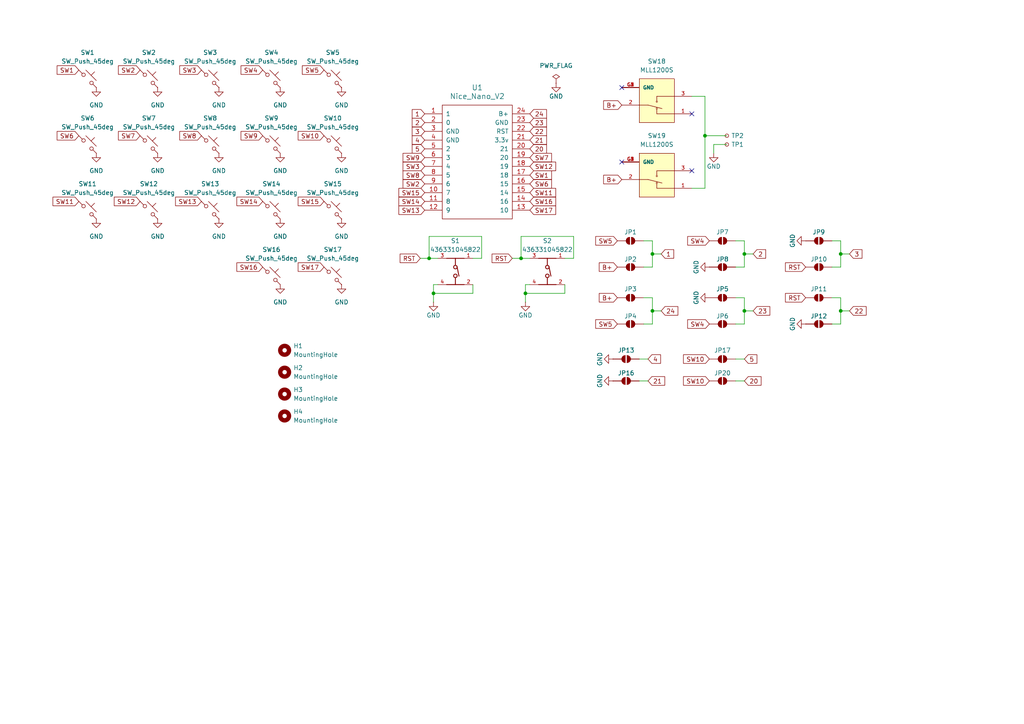
<source format=kicad_sch>
(kicad_sch (version 20250114) (generator "eeschema") (generator_version "9.0")
  (paper "A4")
  (lib_symbols
    (symbol "436331045822:436331045822" (pin_names (offset 1.016))
      (property "Reference" "S" (at -0.13 7.05 0))
      (property "Value" "436331045822" (at -5.01 -5.38 0))
      (symbol "436331045822_0_0"
        (polyline (pts (xy 0 5.08) (xy -2.54 5.08)) (stroke (width 0.254)))
        (polyline (pts (xy 0 3.175) (xy 0 5.08)) (stroke (width 0.254)))
        (circle (center 0 2.54) (radius 0.508) (stroke (width 0.254)))
        (circle (center 0 0) (radius 0.508) (stroke (width 0.254)))
        (polyline (pts (xy 0 -2.54) (xy -2.54 -2.54)) (stroke (width 0.254)))
        (polyline (pts (xy 0 -2.54) (xy 0 -0.635)) (stroke (width 0.254)))
        (polyline (pts (xy 0.47 2.74) (xy 1.04 -0.07)) (stroke (width 0.254)))
        (polyline (pts (xy 2.54 5.08) (xy 0 5.08)) (stroke (width 0.254)))
        (polyline (pts (xy 2.54 -2.54) (xy 0 -2.54)) (stroke (width 0.254)))
        (pin passive line (at -5.08 5.08 0) (length 2.54) (name "~") (number "3"))
        (pin passive line (at -5.08 -2.54 0) (length 2.54) (name "~") (number "4"))
        (pin passive line (at 5.08 5.08 180) (length 2.54) (name "~") (number "1"))
        (pin passive line (at 5.08 -2.54 180) (length 2.54) (name "~") (number "2"))
      )
    )
    (symbol "Connector:TestPoint_Small" (pin_numbers (hide yes)) (pin_names (offset 0.762) (hide yes))
      (property "Reference" "TP" (at 0 3.81 0))
      (property "Value" "TestPoint_Small" (at 0 2.032 0))
      (symbol "TestPoint_Small_0_1"
        (circle (center 0 0) (radius 0.508))
      )
      (symbol "TestPoint_Small_1_1"
        (pin passive line (at 0 0 90) (length 0) (name "1") (number "1"))
      )
    )
    (symbol "Jumper:SolderJumper_2_Open" (pin_numbers (hide yes)) (pin_names (offset 0) (hide yes)) (exclude_from_sim yes) (in_bom no)
      (property "Reference" "JP" (at 0 2.032 0))
      (property "Value" "SolderJumper_2_Open" (at 0 -2.54 0))
      (symbol "SolderJumper_2_Open_0_1"
        (polyline (pts (xy -0.254 1.016) (xy -0.254 -1.016)))
        (arc (start -0.254 -1.016) (mid -1.2656 0) (end -0.254 1.016))
        (arc (start -0.254 -1.016) (mid -1.2656 0) (end -0.254 1.016) (fill (type outline)))
        (arc (start 0.254 1.016) (mid 1.2656 0) (end 0.254 -1.016))
        (arc (start 0.254 1.016) (mid 1.2656 0) (end 0.254 -1.016) (fill (type outline)))
        (polyline (pts (xy 0.254 1.016) (xy 0.254 -1.016)))
      )
      (symbol "SolderJumper_2_Open_1_1"
        (pin passive line (at -3.81 0 0) (length 2.54) (name "A") (number "1"))
        (pin passive line (at 3.81 0 180) (length 2.54) (name "B") (number "2"))
      )
    )
    (symbol "MLL1200S:MLL1200S" (pin_names (offset 1.016))
      (property "Reference" "SW" (at -5.0897 8.1435 0))
      (property "Value" "MLL1200S" (at -5.3417 -7.3766 0))
      (symbol "MLL1200S_0_0"
        (polyline (pts (xy -5.08 5.08) (xy 0 5.08)) (stroke (width 0.1524)))
        (polyline (pts (xy -5.08 0) (xy 0 0)) (stroke (width 0.1524)))
        (rectangle (start -5.08 -5.08) (end 5.08 7.62) (stroke (width 0.1524)) (fill (type background)))
        (polyline (pts (xy 0 5.08) (xy 0 3.81)) (stroke (width 0.1524)))
        (circle (center 0 3.54) (radius 0.2) (stroke (width 0.127)))
        (circle (center 0 1.54) (radius 0.2) (stroke (width 0.127)))
        (polyline (pts (xy 0 0) (xy 0 1.27)) (stroke (width 0.1524)))
        (polyline (pts (xy 2.54 2.54) (xy -1.524 3.556)) (stroke (width 0.1524)))
        (polyline (pts (xy 5.08 2.54) (xy 2.54 2.54)) (stroke (width 0.1524)))
        (pin passive line (at -10.16 5.08 0) (length 5.08) (name "~") (number "1"))
        (pin passive line (at -10.16 0 0) (length 5.08) (name "~") (number "3"))
        (pin passive line (at 10.16 2.54 180) (length 5.08) (name "~") (number "2"))
        (pin power_in line (at 10.16 -2.54 180) (length 5.08) (name "GND") (number "G1"))
        (pin power_in line (at 10.16 -2.54 180) (length 5.08) (name "GND") (number "G2"))
        (pin power_in line (at 10.16 -2.54 180) (length 5.08) (name "GND") (number "G3"))
        (pin power_in line (at 10.16 -2.54 180) (length 5.08) (name "GND") (number "G4"))
      )
    )
    (symbol "Mechanical:MountingHole" (pin_names (offset 1.016)) (exclude_from_sim yes) (in_bom no)
      (property "Reference" "H" (at 0 5.08 0))
      (property "Value" "MountingHole" (at 0 3.175 0))
      (symbol "MountingHole_0_1"
        (circle (center 0 0) (radius 1.27) (stroke (width 1.27)))
      )
    )
    (symbol "ScottoKeebs:MCU_Nice_Nano_V2" (pin_names (offset 1.016))
      (property "Reference" "U" (at 0 0 0))
      (property "Value" "Nice_Nano_V2" (at 0 -19.05 0))
      (symbol "MCU_Nice_Nano_V2_0_1"
        (rectangle (start -10.16 16.51) (end 10.16 -16.51))
      )
      (symbol "MCU_Nice_Nano_V2_1_1"
        (pin input line (at -15.24 13.97 0) (length 5.08) (name "1") (number "1"))
        (pin input line (at -15.24 11.43 0) (length 5.08) (name "0") (number "2"))
        (pin input line (at -15.24 8.89 0) (length 5.08) (name "GND") (number "3"))
        (pin input line (at -15.24 6.35 0) (length 5.08) (name "GND") (number "4"))
        (pin input line (at -15.24 3.81 0) (length 5.08) (name "2") (number "5"))
        (pin input line (at -15.24 1.27 0) (length 5.08) (name "3") (number "6"))
        (pin input line (at -15.24 -1.27 0) (length 5.08) (name "4") (number "7"))
        (pin input line (at -15.24 -3.81 0) (length 5.08) (name "5") (number "8"))
        (pin input line (at -15.24 -6.35 0) (length 5.08) (name "6") (number "9"))
        (pin input line (at -15.24 -8.89 0) (length 5.08) (name "7") (number "10"))
        (pin input line (at -15.24 -11.43 0) (length 5.08) (name "8") (number "11"))
        (pin input line (at -15.24 -13.97 0) (length 5.08) (name "9") (number "12"))
        (pin input line (at 15.24 13.97 180) (length 5.08) (name "B+") (number "24"))
        (pin input line (at 15.24 11.43 180) (length 5.08) (name "GND") (number "23"))
        (pin input line (at 15.24 8.89 180) (length 5.08) (name "RST") (number "22"))
        (pin input line (at 15.24 6.35 180) (length 5.08) (name "3.3v") (number "21"))
        (pin input line (at 15.24 3.81 180) (length 5.08) (name "21") (number "20"))
        (pin input line (at 15.24 1.27 180) (length 5.08) (name "20") (number "19"))
        (pin input line (at 15.24 -1.27 180) (length 5.08) (name "19") (number "18"))
        (pin input line (at 15.24 -3.81 180) (length 5.08) (name "18") (number "17"))
        (pin input line (at 15.24 -6.35 180) (length 5.08) (name "15") (number "16"))
        (pin input line (at 15.24 -8.89 180) (length 5.08) (name "14") (number "15"))
        (pin input line (at 15.24 -11.43 180) (length 5.08) (name "16") (number "14"))
        (pin input line (at 15.24 -13.97 180) (length 5.08) (name "10") (number "13"))
      )
    )
    (symbol "Switch:SW_Push_45deg" (pin_numbers (hide yes)) (pin_names (offset 1.016) (hide yes))
      (property "Reference" "SW" (at 3.048 1.016 0))
      (property "Value" "SW_Push_45deg" (at 0 -3.81 0))
      (symbol "SW_Push_45deg_0_1"
        (polyline (pts (xy -2.54 2.54) (xy -1.524 1.524) (xy -1.524 1.524)))
        (circle (center -1.1684 1.1684) (radius 0.508))
        (polyline (pts (xy -0.508 2.54) (xy 2.54 -0.508)))
        (polyline (pts (xy 1.016 1.016) (xy 2.032 2.032)))
        (circle (center 1.143 -1.1938) (radius 0.508))
        (polyline (pts (xy 1.524 -1.524) (xy 2.54 -2.54) (xy 2.54 -2.54) (xy 2.54 -2.54)))
        (pin passive line (at -2.54 2.54 0) (length 0) (name "1") (number "1"))
        (pin passive line (at 2.54 -2.54 180) (length 0) (name "2") (number "2"))
      )
    )
    (symbol "power:GND" (power) (pin_numbers (hide yes)) (pin_names (offset 0) (hide yes))
      (property "Value" "GND" (at 0 -3.81 0))
      (symbol "GND_0_1"
        (polyline (pts (xy 0 0) (xy 0 -1.27) (xy 1.27 -1.27) (xy 0 -2.54) (xy -1.27 -1.27) (xy 0 -1.27)))
      )
      (symbol "GND_1_1"
        (pin power_in line (at 0 0 270) (length 0) (name "~") (number "1"))
      )
    )
    (symbol "power:PWR_FLAG" (power) (pin_numbers (hide yes)) (pin_names (offset 0) (hide yes))
      (property "Value" "PWR_FLAG" (at 0 3.81 0))
      (symbol "PWR_FLAG_0_0"
        (pin power_out line (at 0 0 90) (length 0) (name "~") (number "1"))
      )
      (symbol "PWR_FLAG_0_1"
        (polyline (pts (xy 0 0) (xy 0 1.27) (xy -1.016 1.905) (xy 0 2.54) (xy 1.016 1.905) (xy 0 1.27)))
      )
    )
  )
  (junction (at 125.73 85.09))
  (junction (at 215.9 73.66))
  (junction (at 243.84 90.17))
  (junction (at 189.23 90.17))
  (junction (at 215.9 90.17))
  (junction (at 151.13 74.93))
  (junction (at 189.23 73.66))
  (junction (at 124.46 74.93))
  (junction (at 243.84 73.66))
  (junction (at 152.4 85.09))
  (junction (at 204.47 39.37))
  (no_connect (at 180.34 46.99))
  (no_connect (at 180.34 25.4))
  (no_connect (at 200.66 49.53))
  (no_connect (at 200.66 33.02))
  (wire (pts (xy 213.36 93.98) (xy 215.9 93.98)))
  (wire (pts (xy 125.73 82.55) (xy 125.73 85.09)))
  (wire (pts (xy 200.66 54.61) (xy 204.47 54.61)))
  (wire (pts (xy 148.59 74.93) (xy 151.13 74.93)))
  (wire (pts (xy 241.3 77.47) (xy 243.84 77.47)))
  (wire (pts (xy 186.69 77.47) (xy 189.23 77.47)))
  (wire (pts (xy 243.84 90.17) (xy 243.84 93.98)))
  (wire (pts (xy 215.9 86.36) (xy 215.9 90.17)))
  (wire (pts (xy 243.84 73.66) (xy 243.84 77.47)))
  (wire (pts (xy 137.16 74.93) (xy 139.7 74.93)))
  (wire (pts (xy 186.69 86.36) (xy 189.23 86.36)))
  (wire (pts (xy 139.7 74.93) (xy 139.7 68.58)))
  (wire (pts (xy 218.44 73.66) (xy 215.9 73.66)))
  (wire (pts (xy 204.47 39.37) (xy 204.47 54.61)))
  (wire (pts (xy 215.9 69.85) (xy 215.9 73.66)))
  (wire (pts (xy 204.47 27.94) (xy 204.47 39.37)))
  (wire (pts (xy 215.9 90.17) (xy 215.9 93.98)))
  (wire (pts (xy 186.69 93.98) (xy 189.23 93.98)))
  (wire (pts (xy 163.83 85.09) (xy 152.4 85.09)))
  (wire (pts (xy 213.36 77.47) (xy 215.9 77.47)))
  (wire (pts (xy 166.37 74.93) (xy 166.37 68.58)))
  (wire (pts (xy 121.92 74.93) (xy 124.46 74.93)))
  (wire (pts (xy 137.16 85.09) (xy 125.73 85.09)))
  (wire (pts (xy 152.4 87.63) (xy 152.4 85.09)))
  (wire (pts (xy 207.01 41.91) (xy 207.01 44.45)))
  (wire (pts (xy 166.37 68.58) (xy 151.13 68.58)))
  (wire (pts (xy 152.4 82.55) (xy 153.67 82.55)))
  (wire (pts (xy 163.83 74.93) (xy 166.37 74.93)))
  (wire (pts (xy 210.82 39.37) (xy 204.47 39.37)))
  (wire (pts (xy 151.13 68.58) (xy 151.13 74.93)))
  (wire (pts (xy 215.9 73.66) (xy 215.9 77.47)))
  (wire (pts (xy 213.36 104.14) (xy 215.9 104.14)))
  (wire (pts (xy 191.77 73.66) (xy 189.23 73.66)))
  (wire (pts (xy 185.42 110.49) (xy 187.96 110.49)))
  (wire (pts (xy 246.38 90.17) (xy 243.84 90.17)))
  (wire (pts (xy 137.16 82.55) (xy 137.16 85.09)))
  (wire (pts (xy 213.36 86.36) (xy 215.9 86.36)))
  (wire (pts (xy 152.4 82.55) (xy 152.4 85.09)))
  (wire (pts (xy 189.23 90.17) (xy 189.23 93.98)))
  (wire (pts (xy 189.23 73.66) (xy 189.23 77.47)))
  (wire (pts (xy 185.42 104.14) (xy 187.96 104.14)))
  (wire (pts (xy 139.7 68.58) (xy 124.46 68.58)))
  (wire (pts (xy 241.3 69.85) (xy 243.84 69.85)))
  (wire (pts (xy 125.73 82.55) (xy 127 82.55)))
  (wire (pts (xy 200.66 27.94) (xy 204.47 27.94)))
  (wire (pts (xy 124.46 74.93) (xy 127 74.93)))
  (wire (pts (xy 186.69 69.85) (xy 189.23 69.85)))
  (wire (pts (xy 213.36 110.49) (xy 215.9 110.49)))
  (wire (pts (xy 151.13 74.93) (xy 153.67 74.93)))
  (wire (pts (xy 243.84 69.85) (xy 243.84 73.66)))
  (wire (pts (xy 124.46 68.58) (xy 124.46 74.93)))
  (wire (pts (xy 163.83 82.55) (xy 163.83 85.09)))
  (wire (pts (xy 125.73 87.63) (xy 125.73 85.09)))
  (wire (pts (xy 191.77 90.17) (xy 189.23 90.17)))
  (wire (pts (xy 246.38 73.66) (xy 243.84 73.66)))
  (wire (pts (xy 207.01 41.91) (xy 210.82 41.91)))
  (wire (pts (xy 189.23 69.85) (xy 189.23 73.66)))
  (wire (pts (xy 243.84 86.36) (xy 243.84 90.17)))
  (wire (pts (xy 218.44 90.17) (xy 215.9 90.17)))
  (wire (pts (xy 189.23 86.36) (xy 189.23 90.17)))
  (wire (pts (xy 213.36 69.85) (xy 215.9 69.85)))
  (wire (pts (xy 241.3 86.36) (xy 243.84 86.36)))
  (wire (pts (xy 241.3 93.98) (xy 243.84 93.98)))
  (global_label "SW14" (shape input) (at 76.2 58.42 180) (property "Intersheetrefs" "${INTERSHEET_REFS}" (effects (hide yes))))
  (global_label "SW5" (shape input) (at 93.98 20.32 180) (property "Intersheetrefs" "${INTERSHEET_REFS}" (effects (hide yes))))
  (global_label "B+" (shape input) (at 179.07 77.47 180) (property "Intersheetrefs" "${INTERSHEET_REFS}" (effects (hide yes))))
  (global_label "SW9" (shape input) (at 76.2 39.37 180) (property "Intersheetrefs" "${INTERSHEET_REFS}" (effects (hide yes))))
  (global_label "SW15" (shape input) (at 123.19 55.88 180) (property "Intersheetrefs" "${INTERSHEET_REFS}" (effects (hide yes))))
  (global_label "SW4" (shape input) (at 205.74 69.85 180) (property "Intersheetrefs" "${INTERSHEET_REFS}" (effects (hide yes))))
  (global_label "22" (shape input) (at 153.67 38.1 0) (property "Intersheetrefs" "${INTERSHEET_REFS}" (effects (hide yes))))
  (global_label "SW10" (shape input) (at 205.74 110.49 180) (property "Intersheetrefs" "${INTERSHEET_REFS}" (effects (hide yes))))
  (global_label "SW16" (shape input) (at 153.67 58.42 0) (property "Intersheetrefs" "${INTERSHEET_REFS}" (effects (hide yes))))
  (global_label "SW15" (shape input) (at 93.98 58.42 180) (property "Intersheetrefs" "${INTERSHEET_REFS}" (effects (hide yes))))
  (global_label "24" (shape input) (at 191.77 90.17 0) (property "Intersheetrefs" "${INTERSHEET_REFS}" (effects (hide yes))))
  (global_label "SW9" (shape input) (at 123.19 45.72 180) (property "Intersheetrefs" "${INTERSHEET_REFS}" (effects (hide yes))))
  (global_label "3" (shape input) (at 246.38 73.66 0) (property "Intersheetrefs" "${INTERSHEET_REFS}" (effects (hide yes))))
  (global_label "SW2" (shape input) (at 123.19 53.34 180) (property "Intersheetrefs" "${INTERSHEET_REFS}" (effects (hide yes))))
  (global_label "21" (shape input) (at 187.96 110.49 0) (property "Intersheetrefs" "${INTERSHEET_REFS}" (effects (hide yes))))
  (global_label "B+" (shape input) (at 180.34 30.48 180) (property "Intersheetrefs" "${INTERSHEET_REFS}" (effects (hide yes))))
  (global_label "SW6" (shape input) (at 22.86 39.37 180) (property "Intersheetrefs" "${INTERSHEET_REFS}" (effects (hide yes))))
  (global_label "SW11" (shape input) (at 22.86 58.42 180) (property "Intersheetrefs" "${INTERSHEET_REFS}" (effects (hide yes))))
  (global_label "SW13" (shape input) (at 123.19 60.96 180) (property "Intersheetrefs" "${INTERSHEET_REFS}" (effects (hide yes))))
  (global_label "3" (shape input) (at 123.19 38.1 180) (property "Intersheetrefs" "${INTERSHEET_REFS}" (effects (hide yes))))
  (global_label "SW14" (shape input) (at 123.19 58.42 180) (property "Intersheetrefs" "${INTERSHEET_REFS}" (effects (hide yes))))
  (global_label "SW6" (shape input) (at 153.67 53.34 0) (property "Intersheetrefs" "${INTERSHEET_REFS}" (effects (hide yes))))
  (global_label "SW2" (shape input) (at 40.64 20.32 180) (property "Intersheetrefs" "${INTERSHEET_REFS}" (effects (hide yes))))
  (global_label "B+" (shape input) (at 180.34 52.07 180) (property "Intersheetrefs" "${INTERSHEET_REFS}" (effects (hide yes))))
  (global_label "B+" (shape input) (at 179.07 86.36 180) (property "Intersheetrefs" "${INTERSHEET_REFS}" (effects (hide yes))))
  (global_label "4" (shape input) (at 123.19 40.64 180) (property "Intersheetrefs" "${INTERSHEET_REFS}" (effects (hide yes))))
  (global_label "5" (shape input) (at 123.19 43.18 180) (property "Intersheetrefs" "${INTERSHEET_REFS}" (effects (hide yes))))
  (global_label "5" (shape input) (at 215.9 104.14 0) (property "Intersheetrefs" "${INTERSHEET_REFS}" (effects (hide yes))))
  (global_label "SW16" (shape input) (at 76.2 77.47 180) (property "Intersheetrefs" "${INTERSHEET_REFS}" (effects (hide yes))))
  (global_label "24" (shape input) (at 153.67 33.02 0) (property "Intersheetrefs" "${INTERSHEET_REFS}" (effects (hide yes))))
  (global_label "4" (shape input) (at 187.96 104.14 0) (property "Intersheetrefs" "${INTERSHEET_REFS}" (effects (hide yes))))
  (global_label "SW12" (shape input) (at 153.67 48.26 0) (property "Intersheetrefs" "${INTERSHEET_REFS}" (effects (hide yes))))
  (global_label "SW10" (shape input) (at 205.74 104.14 180) (property "Intersheetrefs" "${INTERSHEET_REFS}" (effects (hide yes))))
  (global_label "23" (shape input) (at 153.67 35.56 0) (property "Intersheetrefs" "${INTERSHEET_REFS}" (effects (hide yes))))
  (global_label "SW7" (shape input) (at 153.67 45.72 0) (property "Intersheetrefs" "${INTERSHEET_REFS}" (effects (hide yes))))
  (global_label "SW1" (shape input) (at 153.67 50.8 0) (property "Intersheetrefs" "${INTERSHEET_REFS}" (effects (hide yes))))
  (global_label "SW5" (shape input) (at 179.07 69.85 180) (property "Intersheetrefs" "${INTERSHEET_REFS}" (effects (hide yes))))
  (global_label "RST" (shape input) (at 233.68 86.36 180) (property "Intersheetrefs" "${INTERSHEET_REFS}" (effects (hide yes))))
  (global_label "SW11" (shape input) (at 153.67 55.88 0) (property "Intersheetrefs" "${INTERSHEET_REFS}" (effects (hide yes))))
  (global_label "20" (shape input) (at 215.9 110.49 0) (property "Intersheetrefs" "${INTERSHEET_REFS}" (effects (hide yes))))
  (global_label "RST" (shape input) (at 233.68 77.47 180) (property "Intersheetrefs" "${INTERSHEET_REFS}" (effects (hide yes))))
  (global_label "20" (shape input) (at 153.67 43.18 0) (property "Intersheetrefs" "${INTERSHEET_REFS}" (effects (hide yes))))
  (global_label "SW3" (shape input) (at 123.19 48.26 180) (property "Intersheetrefs" "${INTERSHEET_REFS}" (effects (hide yes))))
  (global_label "SW4" (shape input) (at 205.74 93.98 180) (property "Intersheetrefs" "${INTERSHEET_REFS}" (effects (hide yes))))
  (global_label "SW7" (shape input) (at 40.64 39.37 180) (property "Intersheetrefs" "${INTERSHEET_REFS}" (effects (hide yes))))
  (global_label "23" (shape input) (at 218.44 90.17 0) (property "Intersheetrefs" "${INTERSHEET_REFS}" (effects (hide yes))))
  (global_label "SW17" (shape input) (at 153.67 60.96 0) (property "Intersheetrefs" "${INTERSHEET_REFS}" (effects (hide yes))))
  (global_label "SW10" (shape input) (at 93.98 39.37 180) (property "Intersheetrefs" "${INTERSHEET_REFS}" (effects (hide yes))))
  (global_label "SW5" (shape input) (at 179.07 93.98 180) (property "Intersheetrefs" "${INTERSHEET_REFS}" (effects (hide yes))))
  (global_label "1" (shape input) (at 123.19 33.02 180) (property "Intersheetrefs" "${INTERSHEET_REFS}" (effects (hide yes))))
  (global_label "SW13" (shape input) (at 58.42 58.42 180) (property "Intersheetrefs" "${INTERSHEET_REFS}" (effects (hide yes))))
  (global_label "SW1" (shape input) (at 22.86 20.32 180) (property "Intersheetrefs" "${INTERSHEET_REFS}" (effects (hide yes))))
  (global_label "22" (shape input) (at 246.38 90.17 0) (property "Intersheetrefs" "${INTERSHEET_REFS}" (effects (hide yes))))
  (global_label "SW8" (shape input) (at 58.42 39.37 180) (property "Intersheetrefs" "${INTERSHEET_REFS}" (effects (hide yes))))
  (global_label "SW3" (shape input) (at 58.42 20.32 180) (property "Intersheetrefs" "${INTERSHEET_REFS}" (effects (hide yes))))
  (global_label "SW8" (shape input) (at 123.19 50.8 180) (property "Intersheetrefs" "${INTERSHEET_REFS}" (effects (hide yes))))
  (global_label "RST" (shape input) (at 148.59 74.93 180) (property "Intersheetrefs" "${INTERSHEET_REFS}" (effects (hide yes))))
  (global_label "2" (shape input) (at 123.19 35.56 180) (property "Intersheetrefs" "${INTERSHEET_REFS}" (effects (hide yes))))
  (global_label "SW17" (shape input) (at 93.98 77.47 180) (property "Intersheetrefs" "${INTERSHEET_REFS}" (effects (hide yes))))
  (global_label "1" (shape input) (at 191.77 73.66 0) (property "Intersheetrefs" "${INTERSHEET_REFS}" (effects (hide yes))))
  (global_label "SW12" (shape input) (at 40.64 58.42 180) (property "Intersheetrefs" "${INTERSHEET_REFS}" (effects (hide yes))))
  (global_label "RST" (shape input) (at 121.92 74.93 180) (property "Intersheetrefs" "${INTERSHEET_REFS}" (effects (hide yes))))
  (global_label "2" (shape input) (at 218.44 73.66 0) (property "Intersheetrefs" "${INTERSHEET_REFS}" (effects (hide yes))))
  (global_label "SW4" (shape input) (at 76.2 20.32 180) (property "Intersheetrefs" "${INTERSHEET_REFS}" (effects (hide yes))))
  (global_label "21" (shape input) (at 153.67 40.64 0) (property "Intersheetrefs" "${INTERSHEET_REFS}" (effects (hide yes))))
  (symbol (lib_id "Switch:SW_Push_45deg") (at 78.74 60.96 0) (unit 1)
    (property "Reference" "SW14" (at 78.74 53.34 0))
    (property "Value" "SW_Push_45deg" (at 78.74 55.88 0))
    (property "Footprint" "BLE_KBD:MX_Reversible_Optional_1u" (effects (hide yes)))
    (property "Description" "Push button switch, normally open, two pins, 45° tilted" (effects (hide yes)))
  )
  (symbol (lib_id "Mechanical:MountingHole") (at 82.55 107.95 0) (unit 1) (in_bom no)
    (property "Reference" "H2" (at 85.09 106.6799 0) (effects (justify left)))
    (property "Value" "MountingHole" (at 85.09 109.2199 0) (effects (justify left)))
    (property "Footprint" "MountingHole:MountingHole_2.2mm_M2" (effects (hide yes)))
    (property "Description" "Mounting Hole without connection" (effects (hide yes)))
  )
  (symbol (lib_id "Switch:SW_Push_45deg") (at 96.52 22.86 0) (unit 1)
    (property "Reference" "SW5" (at 96.52 15.24 0))
    (property "Value" "SW_Push_45deg" (at 96.52 17.78 0))
    (property "Footprint" "BLE_KBD:MX_Reversible_Optional_1u" (effects (hide yes)))
    (property "Description" "Push button switch, normally open, two pins, 45° tilted" (effects (hide yes)))
  )
  (symbol (lib_id "power:GND") (at 27.94 25.4 0) (unit 1)
    (property "Reference" "#PWR02" (effects (hide yes)))
    (property "Value" "GND" (at 27.94 30.48 0))
    (property "Description" "Power symbol creates a global label with name \"GND\" , ground" (effects (hide yes)))
  )
  (symbol (lib_id "power:GND") (at 81.28 44.45 0) (unit 1)
    (property "Reference" "#PWR012" (effects (hide yes)))
    (property "Value" "GND" (at 81.28 49.53 0))
    (property "Description" "Power symbol creates a global label with name \"GND\" , ground" (effects (hide yes)))
  )
  (symbol (lib_id "power:GND") (at 233.68 93.98 270) (unit 1)
    (property "Reference" "#PWR028" (effects (hide yes)))
    (property "Value" "GND" (at 229.87 93.98 0))
    (property "Description" "Power symbol creates a global label with name \"GND\" , ground" (effects (hide yes)))
  )
  (symbol (lib_id "Switch:SW_Push_45deg") (at 78.74 41.91 0) (unit 1)
    (property "Reference" "SW9" (at 78.74 34.29 0))
    (property "Value" "SW_Push_45deg" (at 78.74 36.83 0))
    (property "Footprint" "BLE_KBD:MX_Reversible_Optional_1u" (effects (hide yes)))
    (property "Description" "Push button switch, normally open, two pins, 45° tilted" (effects (hide yes)))
  )
  (symbol (lib_id "Switch:SW_Push_45deg") (at 43.18 41.91 0) (unit 1)
    (property "Reference" "SW7" (at 43.18 34.29 0))
    (property "Value" "SW_Push_45deg" (at 43.18 36.83 0))
    (property "Footprint" "BLE_KBD:MX_Reversible_Optional_1u" (effects (hide yes)))
    (property "Description" "Push button switch, normally open, two pins, 45° tilted" (effects (hide yes)))
  )
  (symbol (lib_id "Mechanical:MountingHole") (at 82.55 120.65 0) (unit 1) (in_bom no)
    (property "Reference" "H4" (at 85.09 119.3799 0) (effects (justify left)))
    (property "Value" "MountingHole" (at 85.09 121.9199 0) (effects (justify left)))
    (property "Footprint" "MountingHole:MountingHole_2.2mm_M2" (effects (hide yes)))
    (property "Description" "Mounting Hole without connection" (effects (hide yes)))
  )
  (symbol (lib_id "power:GND") (at 233.68 69.85 270) (unit 1)
    (property "Reference" "#PWR027" (effects (hide yes)))
    (property "Value" "GND" (at 229.87 69.85 0))
    (property "Description" "Power symbol creates a global label with name \"GND\" , ground" (effects (hide yes)))
  )
  (symbol (lib_id "power:GND") (at 45.72 44.45 0) (unit 1)
    (property "Reference" "#PWR010" (effects (hide yes)))
    (property "Value" "GND" (at 45.72 49.53 0))
    (property "Description" "Power symbol creates a global label with name \"GND\" , ground" (effects (hide yes)))
  )
  (symbol (lib_id "Jumper:SolderJumper_2_Open") (at 209.55 110.49 0) (unit 1) (in_bom no)
    (property "Reference" "JP20" (at 209.55 108.204 0))
    (property "Value" "SolderJumper_2_Open" (effects (hide yes)))
    (property "Footprint" "BLE_KBD:Solder_Jumper" (effects (hide yes)))
    (property "Description" "Solder Jumper, 2-pole, open" (effects (hide yes)))
  )
  (symbol (lib_id "power:GND") (at 81.28 25.4 0) (unit 1)
    (property "Reference" "#PWR05" (effects (hide yes)))
    (property "Value" "GND" (at 81.28 30.48 0))
    (property "Description" "Power symbol creates a global label with name \"GND\" , ground" (effects (hide yes)))
  )
  (symbol (lib_id "power:GND") (at 63.5 44.45 0) (unit 1)
    (property "Reference" "#PWR011" (effects (hide yes)))
    (property "Value" "GND" (at 63.5 49.53 0))
    (property "Description" "Power symbol creates a global label with name \"GND\" , ground" (effects (hide yes)))
  )
  (symbol (lib_id "Switch:SW_Push_45deg") (at 60.96 22.86 0) (unit 1)
    (property "Reference" "SW3" (at 60.96 15.24 0))
    (property "Value" "SW_Push_45deg" (at 60.96 17.78 0))
    (property "Footprint" "BLE_KBD:MX_Reversible_Optional_1u" (effects (hide yes)))
    (property "Description" "Push button switch, normally open, two pins, 45° tilted" (effects (hide yes)))
  )
  (symbol (lib_id "power:GND") (at 45.72 63.5 0) (unit 1)
    (property "Reference" "#PWR015" (effects (hide yes)))
    (property "Value" "GND" (at 45.72 68.58 0))
    (property "Description" "Power symbol creates a global label with name \"GND\" , ground" (effects (hide yes)))
  )
  (symbol (lib_id "ScottoKeebs:MCU_Nice_Nano_V2") (at 138.43 46.99 0) (unit 1)
    (property "Reference" "U1" (at 138.43 25.4 0) (effects (font (size 1.524 1.524))))
    (property "Value" "Nice_Nano_V2" (at 138.43 27.94 0) (effects (font (size 1.524 1.524))))
    (property "Footprint" "BLE_KBD:Nice_Nano_V2" (effects (hide yes)))
  )
  (symbol (lib_id "power:GND") (at 205.74 86.36 270) (unit 1)
    (property "Reference" "#PWR025" (effects (hide yes)))
    (property "Value" "GND" (at 201.93 86.36 0))
    (property "Description" "Power symbol creates a global label with name \"GND\" , ground" (effects (hide yes)))
  )
  (symbol (lib_id "Jumper:SolderJumper_2_Open") (at 209.55 93.98 0) (unit 1) (in_bom no)
    (property "Reference" "JP6" (at 209.55 91.694 0))
    (property "Value" "SolderJumper_2_Open" (effects (hide yes)))
    (property "Footprint" "BLE_KBD:Solder_Jumper" (effects (hide yes)))
    (property "Description" "Solder Jumper, 2-pole, open" (effects (hide yes)))
  )
  (symbol (lib_id "Mechanical:MountingHole") (at 82.55 114.3 0) (unit 1) (in_bom no)
    (property "Reference" "H3" (at 85.09 113.0299 0) (effects (justify left)))
    (property "Value" "MountingHole" (at 85.09 115.5699 0) (effects (justify left)))
    (property "Footprint" "MountingHole:MountingHole_2.2mm_M2" (effects (hide yes)))
    (property "Description" "Mounting Hole without connection" (effects (hide yes)))
  )
  (symbol (lib_id "power:GND") (at 161.29 24.13 0) (unit 1)
    (property "Reference" "#PWR022" (effects (hide yes)))
    (property "Value" "GND" (at 161.29 27.94 0))
    (property "Description" "Power symbol creates a global label with name \"GND\" , ground" (effects (hide yes)))
  )
  (symbol (lib_id "Jumper:SolderJumper_2_Open") (at 209.55 69.85 0) (unit 1) (in_bom no)
    (property "Reference" "JP7" (at 209.55 67.31 0))
    (property "Value" "SolderJumper_2_Open" (effects (hide yes)))
    (property "Footprint" "BLE_KBD:Solder_Jumper" (effects (hide yes)))
    (property "Description" "Solder Jumper, 2-pole, open" (effects (hide yes)))
  )
  (symbol (lib_id "Jumper:SolderJumper_2_Open") (at 209.55 77.47 0) (unit 1) (in_bom no)
    (property "Reference" "JP8" (at 209.55 75.184 0))
    (property "Value" "SolderJumper_2_Open" (effects (hide yes)))
    (property "Footprint" "BLE_KBD:Solder_Jumper" (effects (hide yes)))
    (property "Description" "Solder Jumper, 2-pole, open" (effects (hide yes)))
  )
  (symbol (lib_id "power:GND") (at 99.06 44.45 0) (unit 1)
    (property "Reference" "#PWR013" (effects (hide yes)))
    (property "Value" "GND" (at 99.06 49.53 0))
    (property "Description" "Power symbol creates a global label with name \"GND\" , ground" (effects (hide yes)))
  )
  (symbol (lib_id "power:GND") (at 205.74 77.47 270) (unit 1)
    (property "Reference" "#PWR026" (effects (hide yes)))
    (property "Value" "GND" (at 201.93 77.47 0))
    (property "Description" "Power symbol creates a global label with name \"GND\" , ground" (effects (hide yes)))
  )
  (symbol (lib_id "Jumper:SolderJumper_2_Open") (at 182.88 77.47 0) (unit 1) (in_bom no)
    (property "Reference" "JP2" (at 182.88 75.184 0))
    (property "Value" "SolderJumper_2_Open" (effects (hide yes)))
    (property "Footprint" "BLE_KBD:Solder_Jumper" (effects (hide yes)))
    (property "Description" "Solder Jumper, 2-pole, open" (effects (hide yes)))
  )
  (symbol (lib_id "Jumper:SolderJumper_2_Open") (at 182.88 86.36 0) (unit 1) (in_bom no)
    (property "Reference" "JP3" (at 182.88 83.82 0))
    (property "Value" "SolderJumper_2_Open" (effects (hide yes)))
    (property "Footprint" "BLE_KBD:Solder_Jumper" (effects (hide yes)))
    (property "Description" "Solder Jumper, 2-pole, open" (effects (hide yes)))
  )
  (symbol (lib_id "power:GND") (at 177.8 104.14 270) (unit 1)
    (property "Reference" "#PWR029" (effects (hide yes)))
    (property "Value" "GND" (at 173.99 104.14 0))
    (property "Description" "Power symbol creates a global label with name \"GND\" , ground" (effects (hide yes)))
  )
  (symbol (lib_id "power:PWR_FLAG") (at 161.29 24.13 0) (unit 1)
    (property "Reference" "#FLG01" (effects (hide yes)))
    (property "Value" "PWR_FLAG" (at 161.29 19.05 0))
    (property "Description" "Special symbol for telling ERC where power comes from" (effects (hide yes)))
  )
  (symbol (lib_id "Switch:SW_Push_45deg") (at 78.74 80.01 0) (unit 1)
    (property "Reference" "SW16" (at 78.74 72.39 0))
    (property "Value" "SW_Push_45deg" (at 78.74 74.93 0))
    (property "Footprint" "BLE_KBD:MX_Reversible_Optional_1.5u" (effects (hide yes)))
    (property "Description" "Push button switch, normally open, two pins, 45° tilted" (effects (hide yes)))
  )
  (symbol (lib_id "power:GND") (at 81.28 82.55 0) (unit 1)
    (property "Reference" "#PWR019" (effects (hide yes)))
    (property "Value" "GND" (at 81.28 87.63 0))
    (property "Description" "Power symbol creates a global label with name \"GND\" , ground" (effects (hide yes)))
  )
  (symbol (lib_id "power:GND") (at 45.72 25.4 0) (unit 1)
    (property "Reference" "#PWR03" (effects (hide yes)))
    (property "Value" "GND" (at 45.72 30.48 0))
    (property "Description" "Power symbol creates a global label with name \"GND\" , ground" (effects (hide yes)))
  )
  (symbol (lib_id "power:GND") (at 125.73 87.63 0) (unit 1)
    (property "Reference" "#PWR021" (effects (hide yes)))
    (property "Value" "GND" (at 125.73 91.44 0))
    (property "Description" "Power symbol creates a global label with name \"GND\" , ground" (effects (hide yes)))
  )
  (symbol (lib_id "Switch:SW_Push_45deg") (at 25.4 60.96 0) (unit 1)
    (property "Reference" "SW11" (at 25.4 53.34 0))
    (property "Value" "SW_Push_45deg" (at 25.4 55.88 0))
    (property "Footprint" "BLE_KBD:MX_Reversible_Optional_1u" (effects (hide yes)))
    (property "Description" "Push button switch, normally open, two pins, 45° tilted" (effects (hide yes)))
  )
  (symbol (lib_id "power:GND") (at 63.5 63.5 0) (unit 1)
    (property "Reference" "#PWR016" (effects (hide yes)))
    (property "Value" "GND" (at 63.5 68.58 0))
    (property "Description" "Power symbol creates a global label with name \"GND\" , ground" (effects (hide yes)))
  )
  (symbol (lib_id "436331045822:436331045822") (at 132.08 80.01 0) (unit 1)
    (property "Reference" "S1" (at 132.08 69.85 0))
    (property "Value" "436331045822" (at 132.08 72.39 0))
    (property "Footprint" "BLE_KBD:4363X10458XX" (effects (hide yes)))
    (property "MF" "Würth Elektronik" (effects (hide yes)))
    (property "Description_1" "Tactile Switch SPST-NO Side Actuated Surface Mount, Right Angle" (effects (hide yes)))
    (property "Package" "None" (effects (hide yes)))
    (property "Price" "None" (effects (hide yes)))
    (property "SnapEDA_Link" "https://www.snapeda.com/parts/436351045816/W%25C3%25BCrth+Elektronik+Midcom/view-part/?ref=snap" (effects (hide yes)))
    (property "MP" "436351045816" (effects (hide yes)))
    (property "Availability" "In Stock" (effects (hide yes)))
    (property "Check_prices" "https://www.snapeda.com/parts/436351045816/W%25C3%25BCrth+Elektronik+Midcom/view-part/?ref=eda" (effects (hide yes)))
  )
  (symbol (lib_id "Jumper:SolderJumper_2_Open") (at 209.55 104.14 0) (unit 1) (in_bom no)
    (property "Reference" "JP17" (at 209.55 101.6 0))
    (property "Value" "SolderJumper_2_Open" (effects (hide yes)))
    (property "Footprint" "BLE_KBD:Solder_Jumper" (effects (hide yes)))
    (property "Description" "Solder Jumper, 2-pole, open" (effects (hide yes)))
  )
  (symbol (lib_id "Jumper:SolderJumper_2_Open") (at 181.61 110.49 0) (unit 1) (in_bom no)
    (property "Reference" "JP16" (at 181.61 108.204 0))
    (property "Value" "SolderJumper_2_Open" (effects (hide yes)))
    (property "Footprint" "BLE_KBD:Solder_Jumper" (effects (hide yes)))
    (property "Description" "Solder Jumper, 2-pole, open" (effects (hide yes)))
  )
  (symbol (lib_id "power:GND") (at 81.28 63.5 0) (unit 1)
    (property "Reference" "#PWR017" (effects (hide yes)))
    (property "Value" "GND" (at 81.28 68.58 0))
    (property "Description" "Power symbol creates a global label with name \"GND\" , ground" (effects (hide yes)))
  )
  (symbol (lib_id "Switch:SW_Push_45deg") (at 43.18 60.96 0) (unit 1)
    (property "Reference" "SW12" (at 43.18 53.34 0))
    (property "Value" "SW_Push_45deg" (at 43.18 55.88 0))
    (property "Footprint" "BLE_KBD:MX_Reversible_Optional_1u" (effects (hide yes)))
    (property "Description" "Push button switch, normally open, two pins, 45° tilted" (effects (hide yes)))
  )
  (symbol (lib_id "Jumper:SolderJumper_2_Open") (at 182.88 69.85 0) (unit 1) (in_bom no)
    (property "Reference" "JP1" (at 182.88 67.31 0))
    (property "Value" "SolderJumper_2_Open" (effects (hide yes)))
    (property "Footprint" "BLE_KBD:Solder_Jumper" (effects (hide yes)))
    (property "Description" "Solder Jumper, 2-pole, open" (effects (hide yes)))
  )
  (symbol (lib_id "power:GND") (at 99.06 25.4 0) (unit 1)
    (property "Reference" "#PWR06" (effects (hide yes)))
    (property "Value" "GND" (at 99.06 30.48 0))
    (property "Description" "Power symbol creates a global label with name \"GND\" , ground" (effects (hide yes)))
  )
  (symbol (lib_id "Switch:SW_Push_45deg") (at 96.52 60.96 0) (unit 1)
    (property "Reference" "SW15" (at 96.52 53.34 0))
    (property "Value" "SW_Push_45deg" (at 96.52 55.88 0))
    (property "Footprint" "BLE_KBD:MX_Reversible_Optional_1u" (effects (hide yes)))
    (property "Description" "Push button switch, normally open, two pins, 45° tilted" (effects (hide yes)))
  )
  (symbol (lib_id "Switch:SW_Push_45deg") (at 60.96 60.96 0) (unit 1)
    (property "Reference" "SW13" (at 60.96 53.34 0))
    (property "Value" "SW_Push_45deg" (at 60.96 55.88 0))
    (property "Footprint" "BLE_KBD:MX_Reversible_Optional_1u" (effects (hide yes)))
    (property "Description" "Push button switch, normally open, two pins, 45° tilted" (effects (hide yes)))
  )
  (symbol (lib_id "Jumper:SolderJumper_2_Open") (at 237.49 69.85 0) (unit 1) (in_bom no)
    (property "Reference" "JP9" (at 237.49 67.31 0))
    (property "Value" "SolderJumper_2_Open" (effects (hide yes)))
    (property "Footprint" "BLE_KBD:Solder_Jumper" (effects (hide yes)))
    (property "Description" "Solder Jumper, 2-pole, open" (effects (hide yes)))
  )
  (symbol (lib_id "Jumper:SolderJumper_2_Open") (at 237.49 86.36 0) (unit 1) (in_bom no)
    (property "Reference" "JP11" (at 237.49 83.82 0))
    (property "Value" "SolderJumper_2_Open" (effects (hide yes)))
    (property "Footprint" "BLE_KBD:Solder_Jumper" (effects (hide yes)))
    (property "Description" "Solder Jumper, 2-pole, open" (effects (hide yes)))
  )
  (symbol (lib_id "Switch:SW_Push_45deg") (at 25.4 41.91 0) (unit 1)
    (property "Reference" "SW6" (at 25.4 34.29 0))
    (property "Value" "SW_Push_45deg" (at 25.4 36.83 0))
    (property "Footprint" "BLE_KBD:MX_Reversible_Optional_1u" (effects (hide yes)))
    (property "Description" "Push button switch, normally open, two pins, 45° tilted" (effects (hide yes)))
  )
  (symbol (lib_id "Jumper:SolderJumper_2_Open") (at 209.55 86.36 0) (unit 1) (in_bom no)
    (property "Reference" "JP5" (at 209.55 83.82 0))
    (property "Value" "SolderJumper_2_Open" (effects (hide yes)))
    (property "Footprint" "BLE_KBD:Solder_Jumper" (effects (hide yes)))
    (property "Description" "Solder Jumper, 2-pole, open" (effects (hide yes)))
  )
  (symbol (lib_id "Switch:SW_Push_45deg") (at 78.74 22.86 0) (unit 1)
    (property "Reference" "SW4" (at 78.74 15.24 0))
    (property "Value" "SW_Push_45deg" (at 78.74 17.78 0))
    (property "Footprint" "BLE_KBD:MX_Reversible_Optional_1u" (effects (hide yes)))
    (property "Description" "Push button switch, normally open, two pins, 45° tilted" (effects (hide yes)))
  )
  (symbol (lib_id "power:GND") (at 152.4 87.63 0) (unit 1)
    (property "Reference" "#PWR023" (effects (hide yes)))
    (property "Value" "GND" (at 152.4 91.44 0))
    (property "Description" "Power symbol creates a global label with name \"GND\" , ground" (effects (hide yes)))
  )
  (symbol (lib_id "Switch:SW_Push_45deg") (at 60.96 41.91 0) (unit 1)
    (property "Reference" "SW8" (at 60.96 34.29 0))
    (property "Value" "SW_Push_45deg" (at 60.96 36.83 0))
    (property "Footprint" "BLE_KBD:MX_Reversible_Optional_1u" (effects (hide yes)))
    (property "Description" "Push button switch, normally open, two pins, 45° tilted" (effects (hide yes)))
  )
  (symbol (lib_id "Jumper:SolderJumper_2_Open") (at 181.61 104.14 0) (unit 1) (in_bom no)
    (property "Reference" "JP13" (at 181.61 101.6 0))
    (property "Value" "SolderJumper_2_Open" (effects (hide yes)))
    (property "Footprint" "BLE_KBD:Solder_Jumper" (effects (hide yes)))
    (property "Description" "Solder Jumper, 2-pole, open" (effects (hide yes)))
  )
  (symbol (lib_id "MLL1200S:MLL1200S") (at 190.5 49.53 180) (unit 1)
    (property "Reference" "SW19" (at 190.5 39.37 0))
    (property "Value" "MLL1200S" (at 190.5 41.91 0))
    (property "Footprint" "BLE_KBD:SW_MLL1200S" (effects (hide yes)))
    (property "Comment" "1437575-1" (effects (hide yes)))
    (property "MF" "TE Connectivity" (effects (hide yes)))
    (property "Description_1" "Alcoswitch, Slide switch 2 way SPDT MLL series | TE Connectivity MLL1200S" (effects (hide yes)))
    (property "Package" "None" (effects (hide yes)))
    (property "Price" "None" (effects (hide yes)))
    (property "Check_prices" "https://www.snapeda.com/parts/MLL1200S/TE+Connectivity+ALCOSWITCH+Switches/view-part/?ref=eda" (effects (hide yes)))
    (property "STANDARD" "Manufacturers recommendation" (effects (hide yes)))
    (property "PARTREV" "A2" (effects (hide yes)))
    (property "SnapEDA_Link" "https://www.snapeda.com/parts/MLL1200S/TE+Connectivity+ALCOSWITCH+Switches/view-part/?ref=snap" (effects (hide yes)))
    (property "MP" "MLL1200S" (effects (hide yes)))
    (property "Availability" "In Stock" (effects (hide yes)))
    (property "MANUFACTURER" "TE Connectivity" (effects (hide yes)))
  )
  (symbol (lib_id "Jumper:SolderJumper_2_Open") (at 237.49 77.47 0) (unit 1) (in_bom no)
    (property "Reference" "JP10" (at 237.49 75.184 0))
    (property "Value" "SolderJumper_2_Open" (effects (hide yes)))
    (property "Footprint" "BLE_KBD:Solder_Jumper" (effects (hide yes)))
    (property "Description" "Solder Jumper, 2-pole, open" (effects (hide yes)))
  )
  (symbol (lib_id "436331045822:436331045822") (at 158.75 80.01 0) (unit 1)
    (property "Reference" "S2" (at 158.75 69.85 0))
    (property "Value" "436331045822" (at 158.75 72.39 0))
    (property "Footprint" "BLE_KBD:4363X10458XX" (effects (hide yes)))
    (property "MF" "Würth Elektronik" (effects (hide yes)))
    (property "Description_1" "Tactile Switch SPST-NO Side Actuated Surface Mount, Right Angle" (effects (hide yes)))
    (property "Package" "None" (effects (hide yes)))
    (property "Price" "None" (effects (hide yes)))
    (property "SnapEDA_Link" "https://www.snapeda.com/parts/436351045816/W%25C3%25BCrth+Elektronik+Midcom/view-part/?ref=snap" (effects (hide yes)))
    (property "MP" "436351045816" (effects (hide yes)))
    (property "Availability" "In Stock" (effects (hide yes)))
    (property "Check_prices" "https://www.snapeda.com/parts/436351045816/W%25C3%25BCrth+Elektronik+Midcom/view-part/?ref=eda" (effects (hide yes)))
  )
  (symbol (lib_id "power:GND") (at 63.5 25.4 0) (unit 1)
    (property "Reference" "#PWR04" (effects (hide yes)))
    (property "Value" "GND" (at 63.5 30.48 0))
    (property "Description" "Power symbol creates a global label with name \"GND\" , ground" (effects (hide yes)))
  )
  (symbol (lib_id "power:GND") (at 99.06 63.5 0) (unit 1)
    (property "Reference" "#PWR018" (effects (hide yes)))
    (property "Value" "GND" (at 99.06 68.58 0))
    (property "Description" "Power symbol creates a global label with name \"GND\" , ground" (effects (hide yes)))
  )
  (symbol (lib_id "power:GND") (at 99.06 82.55 0) (unit 1)
    (property "Reference" "#PWR020" (effects (hide yes)))
    (property "Value" "GND" (at 99.06 87.63 0))
    (property "Description" "Power symbol creates a global label with name \"GND\" , ground" (effects (hide yes)))
  )
  (symbol (lib_id "Mechanical:MountingHole") (at 82.55 101.6 0) (unit 1) (in_bom no)
    (property "Reference" "H1" (at 85.09 100.3299 0) (effects (justify left)))
    (property "Value" "MountingHole" (at 85.09 102.8699 0) (effects (justify left)))
    (property "Footprint" "MountingHole:MountingHole_2.2mm_M2" (effects (hide yes)))
    (property "Description" "Mounting Hole without connection" (effects (hide yes)))
  )
  (symbol (lib_id "Switch:SW_Push_45deg") (at 25.4 22.86 0) (unit 1)
    (property "Reference" "SW1" (at 25.4 15.24 0))
    (property "Value" "SW_Push_45deg" (at 25.4 17.78 0))
    (property "Footprint" "BLE_KBD:MX_Reversible_Optional_1u" (effects (hide yes)))
    (property "Description" "Push button switch, normally open, two pins, 45° tilted" (effects (hide yes)))
  )
  (symbol (lib_id "Jumper:SolderJumper_2_Open") (at 182.88 93.98 0) (unit 1) (in_bom no)
    (property "Reference" "JP4" (at 182.88 91.694 0))
    (property "Value" "SolderJumper_2_Open" (effects (hide yes)))
    (property "Footprint" "BLE_KBD:Solder_Jumper" (effects (hide yes)))
    (property "Description" "Solder Jumper, 2-pole, open" (effects (hide yes)))
  )
  (symbol (lib_id "Connector:TestPoint_Small") (at 210.82 41.91 0) (unit 1)
    (property "Reference" "TP1" (at 212.09 41.9099 0) (effects (justify left)))
    (property "Value" "TestPoint_Small" (effects (hide yes)))
    (property "Footprint" "BLE_KBD:Test_Point" (effects (hide yes)))
    (property "Description" "test point" (effects (hide yes)))
  )
  (symbol (lib_id "Switch:SW_Push_45deg") (at 43.18 22.86 0) (unit 1)
    (property "Reference" "SW2" (at 43.18 15.24 0))
    (property "Value" "SW_Push_45deg" (at 43.18 17.78 0))
    (property "Footprint" "BLE_KBD:MX_Reversible_Optional_1u" (effects (hide yes)))
    (property "Description" "Push button switch, normally open, two pins, 45° tilted" (effects (hide yes)))
  )
  (symbol (lib_id "Switch:SW_Push_45deg") (at 96.52 80.01 0) (unit 1)
    (property "Reference" "SW17" (at 96.52 72.39 0))
    (property "Value" "SW_Push_45deg" (at 96.52 74.93 0))
    (property "Footprint" "BLE_KBD:MX_Reversible_Optional_1.5u" (effects (hide yes)))
    (property "Description" "Push button switch, normally open, two pins, 45° tilted" (effects (hide yes)))
  )
  (symbol (lib_id "Jumper:SolderJumper_2_Open") (at 237.49 93.98 0) (unit 1) (in_bom no)
    (property "Reference" "JP12" (at 237.49 91.694 0))
    (property "Value" "SolderJumper_2_Open" (effects (hide yes)))
    (property "Footprint" "BLE_KBD:Solder_Jumper" (effects (hide yes)))
    (property "Description" "Solder Jumper, 2-pole, open" (effects (hide yes)))
  )
  (symbol (lib_id "power:GND") (at 207.01 44.45 0) (unit 1)
    (property "Reference" "#PWR07" (effects (hide yes)))
    (property "Value" "GND" (at 207.01 48.26 0))
    (property "Description" "Power symbol creates a global label with name \"GND\" , ground" (effects (hide yes)))
  )
  (symbol (lib_id "MLL1200S:MLL1200S") (at 190.5 27.94 180) (unit 1)
    (property "Reference" "SW18" (at 190.5 17.78 0))
    (property "Value" "MLL1200S" (at 190.5 20.32 0))
    (property "Footprint" "BLE_KBD:SW_MLL1200S" (effects (hide yes)))
    (property "Comment" "1437575-1" (effects (hide yes)))
    (property "MF" "TE Connectivity" (effects (hide yes)))
    (property "Description_1" "Alcoswitch, Slide switch 2 way SPDT MLL series | TE Connectivity MLL1200S" (effects (hide yes)))
    (property "Package" "None" (effects (hide yes)))
    (property "Price" "None" (effects (hide yes)))
    (property "Check_prices" "https://www.snapeda.com/parts/MLL1200S/TE+Connectivity+ALCOSWITCH+Switches/view-part/?ref=eda" (effects (hide yes)))
    (property "STANDARD" "Manufacturers recommendation" (effects (hide yes)))
    (property "PARTREV" "A2" (effects (hide yes)))
    (property "SnapEDA_Link" "https://www.snapeda.com/parts/MLL1200S/TE+Connectivity+ALCOSWITCH+Switches/view-part/?ref=snap" (effects (hide yes)))
    (property "MP" "MLL1200S" (effects (hide yes)))
    (property "Availability" "In Stock" (effects (hide yes)))
    (property "MANUFACTURER" "TE Connectivity" (effects (hide yes)))
  )
  (symbol (lib_id "Switch:SW_Push_45deg") (at 96.52 41.91 0) (unit 1)
    (property "Reference" "SW10" (at 96.52 34.29 0))
    (property "Value" "SW_Push_45deg" (at 96.52 36.83 0))
    (property "Footprint" "BLE_KBD:MX_Reversible_Optional_1u" (effects (hide yes)))
    (property "Description" "Push button switch, normally open, two pins, 45° tilted" (effects (hide yes)))
  )
  (symbol (lib_id "Connector:TestPoint_Small") (at 210.82 39.37 0) (unit 1)
    (property "Reference" "TP2" (at 212.09 39.37 0) (effects (justify left)))
    (property "Value" "TestPoint_Small" (effects (hide yes)))
    (property "Footprint" "BLE_KBD:Test_Point" (effects (hide yes)))
    (property "Description" "test point" (effects (hide yes)))
  )
  (symbol (lib_id "power:GND") (at 27.94 63.5 0) (unit 1)
    (property "Reference" "#PWR014" (effects (hide yes)))
    (property "Value" "GND" (at 27.94 68.58 0))
    (property "Description" "Power symbol creates a global label with name \"GND\" , ground" (effects (hide yes)))
  )
  (symbol (lib_id "power:GND") (at 27.94 44.45 0) (unit 1)
    (property "Reference" "#PWR09" (effects (hide yes)))
    (property "Value" "GND" (at 27.94 49.53 0))
    (property "Description" "Power symbol creates a global label with name \"GND\" , ground" (effects (hide yes)))
  )
  (symbol (lib_id "power:GND") (at 177.8 110.49 270) (unit 1)
    (property "Reference" "#PWR030" (effects (hide yes)))
    (property "Value" "GND" (at 173.99 110.49 0))
    (property "Description" "Power symbol creates a global label with name \"GND\" , ground" (effects (hide yes)))
  )
)
</source>
